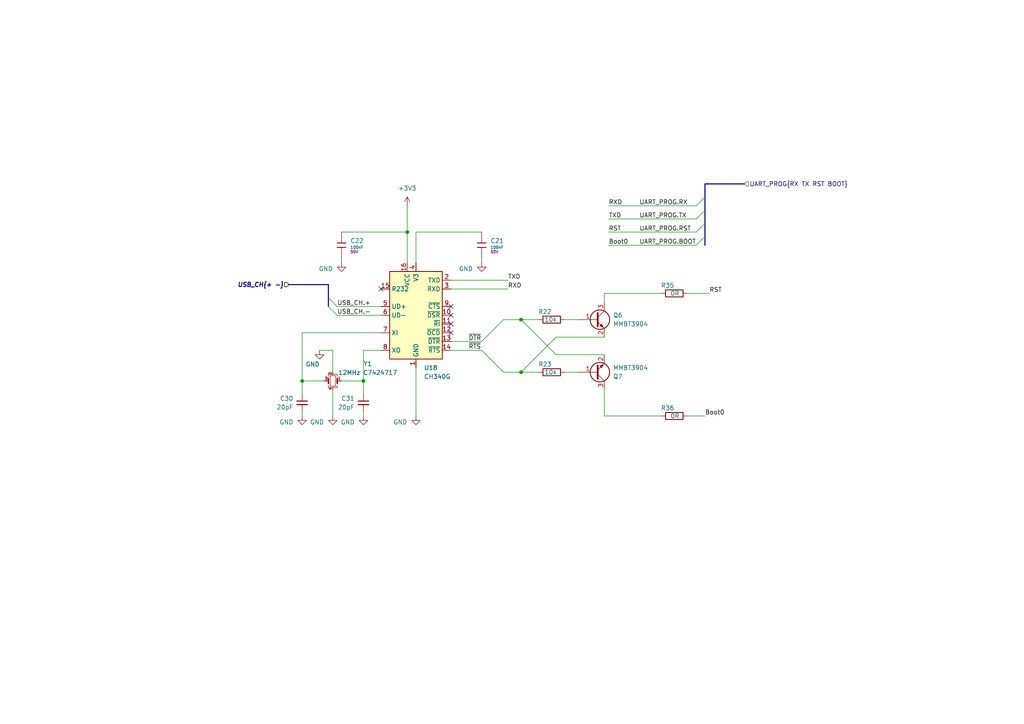
<source format=kicad_sch>
(kicad_sch (version 20231120) (generator "eeschema") (generator_version "8.0")
  (paper "A4")
  (title_block (title "CH340 with ESP autoflash") (date "2025-02-04") (rev "A") (company "Artem Horiunov") (comment 1 "DESIGNED IN POLAND") (comment 2 "Sprawdził: ArtemH"))
  (lib_symbols
    (symbol "Device:C_Small" (pin_numbers hide) (pin_names (offset 0.254) hide)
      (property "Reference" "C" (at 0.254 1.778 0))
      (property "Value" "C_Small" (at 0.254 -2.032 0))
      (symbol "C_Small_0_1"
        (polyline (pts (xy -1.524 -0.508) (xy 1.524 -0.508)) (stroke (width 0.3302)))
        (polyline (pts (xy -1.524 0.508) (xy 1.524 0.508)) (stroke (width 0.3048)))
      )
      (symbol "C_Small_1_1"
        (pin passive line (at 0 2.54 270) (length 2.032) (name "~") (number "1"))
        (pin passive line (at 0 -2.54 90) (length 2.032) (name "~") (number "2"))
      )
    )
    (symbol "Device:Crystal_GND24_Small" (pin_names (offset 1.016) hide)
      (property "Reference" "Y" (at 1.27 4.445 0))
      (property "Value" "Crystal_GND24_Small" (at 1.27 2.54 0))
      (symbol "Crystal_GND24_Small_0_1"
        (rectangle (start -0.762 -1.524) (end 0.762 1.524))
        (polyline (pts (xy -1.27 -0.762) (xy -1.27 0.762)) (stroke (width 0.381)))
        (polyline (pts (xy 1.27 -0.762) (xy 1.27 0.762)) (stroke (width 0.381)))
        (polyline (pts (xy -1.27 -1.27) (xy -1.27 -1.905) (xy 1.27 -1.905) (xy 1.27 -1.27)))
        (polyline (pts (xy -1.27 1.27) (xy -1.27 1.905) (xy 1.27 1.905) (xy 1.27 1.27)))
      )
      (symbol "Crystal_GND24_Small_1_1"
        (pin passive line (at -2.54 0 0) (length 1.27) (name "1") (number "1"))
        (pin passive line (at 0 -2.54 90) (length 0.635) (name "2") (number "2"))
        (pin passive line (at 2.54 0 180) (length 1.27) (name "3") (number "3"))
        (pin passive line (at 0 2.54 270) (length 0.635) (name "4") (number "4"))
      )
    )
    (symbol "Device:R" (pin_numbers hide) (pin_names (offset 0))
      (property "Reference" "R" (at 2.032 0 90))
      (property "Value" "R" (at 0 0 90))
      (symbol "R_0_1"
        (rectangle (start -1.016 -2.54) (end 1.016 2.54) (stroke (width 0.254)))
      )
      (symbol "R_1_1"
        (pin passive line (at 0 3.81 270) (length 1.27) (name "~") (number "1"))
        (pin passive line (at 0 -3.81 90) (length 1.27) (name "~") (number "2"))
      )
    )
    (symbol "Interface_USB:CH340G"
      (property "Reference" "U" (at -5.08 13.97 0))
      (property "Value" "CH340G" (at 1.27 13.97 0))
      (symbol "CH340G_0_1"
        (rectangle (start -7.62 12.7) (end 7.62 -12.7) (stroke (width 0.254)) (fill (type background)))
      )
      (symbol "CH340G_1_1"
        (pin power_in line (at 0 -15.24 90) (length 2.54) (name "GND") (number "1"))
        (pin input line (at 10.16 0 180) (length 2.54) (name "~{DSR}") (number "10"))
        (pin input line (at 10.16 -2.54 180) (length 2.54) (name "~{RI}") (number "11"))
        (pin input line (at 10.16 -5.08 180) (length 2.54) (name "~{DCD}") (number "12"))
        (pin output line (at 10.16 -7.62 180) (length 2.54) (name "~{DTR}") (number "13"))
        (pin output line (at 10.16 -10.16 180) (length 2.54) (name "~{RTS}") (number "14"))
        (pin input line (at -10.16 7.62 0) (length 2.54) (name "R232") (number "15"))
        (pin power_in line (at -2.54 15.24 270) (length 2.54) (name "VCC") (number "16"))
        (pin output line (at 10.16 10.16 180) (length 2.54) (name "TXD") (number "2"))
        (pin input line (at 10.16 7.62 180) (length 2.54) (name "RXD") (number "3"))
        (pin power_out line (at 0 15.24 270) (length 2.54) (name "V3") (number "4"))
        (pin bidirectional line (at -10.16 2.54 0) (length 2.54) (name "UD+") (number "5"))
        (pin bidirectional line (at -10.16 0 0) (length 2.54) (name "UD-") (number "6"))
        (pin input line (at -10.16 -5.08 0) (length 2.54) (name "XI") (number "7"))
        (pin output line (at -10.16 -10.16 0) (length 2.54) (name "XO") (number "8"))
        (pin input line (at 10.16 2.54 180) (length 2.54) (name "~{CTS}") (number "9"))
      )
    )
    (symbol "PCM_JLCPCB-Capacitors:0402,100nF,(2)" (pin_numbers hide) (pin_names (offset 0))
      (property "Reference" "C" (at 2.032 1.668 0))
      (property "Value" "100nF" (at 2.032 -0.3782 0))
      (property "Voltage Rated" "50V" (at 2.032 -2.0462 0))
      (symbol "0402,100nF,(2)_0_1"
        (polyline (pts (xy -1.27 -0.635) (xy 1.27 -0.635)) (stroke (width 0.254)))
        (polyline (pts (xy -1.27 0.635) (xy 1.27 0.635)) (stroke (width 0.254)))
      )
      (symbol "0402,100nF,(2)_1_1"
        (pin passive line (at 0 3.81 270) (length 3.175) (name "~") (number "1"))
        (pin passive line (at 0 -3.81 90) (length 3.175) (name "~") (number "2"))
      )
    )
    (symbol "Transistor_BJT:MMBT3904" (pin_names (offset 0) hide)
      (property "Reference" "Q" (at 5.08 1.905 0))
      (property "Value" "MMBT3904" (at 5.08 0 0))
      (symbol "MMBT3904_0_1"
        (polyline (pts (xy 0.635 0.635) (xy 2.54 2.54)))
        (polyline (pts (xy 0.635 -0.635) (xy 2.54 -2.54) (xy 2.54 -2.54)))
        (polyline (pts (xy 0.635 1.905) (xy 0.635 -1.905) (xy 0.635 -1.905)) (stroke (width 0.508)))
        (polyline (pts (xy 1.27 -1.778) (xy 1.778 -1.27) (xy 2.286 -2.286) (xy 1.27 -1.778) (xy 1.27 -1.778)) (fill (type outline)))
        (circle (center 1.27 0) (radius 2.8194) (stroke (width 0.254)))
      )
      (symbol "MMBT3904_1_1"
        (pin input line (at -5.08 0 0) (length 5.715) (name "B") (number "1"))
        (pin passive line (at 2.54 -5.08 90) (length 2.54) (name "E") (number "2"))
        (pin passive line (at 2.54 5.08 270) (length 2.54) (name "C") (number "3"))
      )
    )
    (symbol "power:+3V3" (power) (pin_numbers hide) (pin_names (offset 0) hide)
      (property "Value" "+3V3" (at 0 3.556 0))
      (symbol "+3V3_0_1"
        (polyline (pts (xy -0.762 1.27) (xy 0 2.54)))
        (polyline (pts (xy 0 0) (xy 0 2.54)))
        (polyline (pts (xy 0 2.54) (xy 0.762 1.27)))
      )
      (symbol "+3V3_1_1"
        (pin power_in line (at 0 0 90) (length 0) (name "~") (number "1"))
      )
    )
    (symbol "power:GND" (power) (pin_numbers hide) (pin_names (offset 0) hide)
      (property "Value" "GND" (at 0 -3.81 0))
      (symbol "GND_0_1"
        (polyline (pts (xy 0 0) (xy 0 -1.27) (xy 1.27 -1.27) (xy 0 -2.54) (xy -1.27 -1.27) (xy 0 -1.27)))
      )
      (symbol "GND_1_1"
        (pin power_in line (at 0 0 270) (length 0) (name "~") (number "1"))
      )
    )
  )
  (junction (at 151.13 107.95))
  (junction (at 87.63 110.49))
  (junction (at 118.11 67.31))
  (junction (at 151.13 92.71))
  (junction (at 105.41 110.49))
  (no_connect (at 130.81 96.52))
  (no_connect (at 130.81 91.44))
  (no_connect (at 110.49 83.82))
  (no_connect (at 130.81 93.98))
  (no_connect (at 130.81 88.9))
  (bus_entry (at 97.79 88.9) (size -2.54 -2.54))
  (bus_entry (at 204.47 64.77) (size -2.54 2.54))
  (bus_entry (at 204.47 68.58) (size -2.54 2.54))
  (bus_entry (at 204.47 60.96) (size -2.54 2.54))
  (bus_entry (at 204.47 57.15) (size -2.54 2.54))
  (bus_entry (at 97.79 91.44) (size -2.54 -2.54))
  (wire (pts (xy 87.63 110.49) (xy 87.63 114.3)))
  (wire (pts (xy 146.05 107.95) (xy 139.7 101.6)))
  (wire (pts (xy 161.29 97.79) (xy 151.13 107.95)))
  (wire (pts (xy 175.26 97.79) (xy 161.29 97.79)))
  (wire (pts (xy 118.11 67.31) (xy 118.11 76.2)))
  (wire (pts (xy 87.63 96.52) (xy 87.63 110.49)))
  (wire (pts (xy 175.26 120.65) (xy 191.77 120.65)))
  (wire (pts (xy 176.53 63.5) (xy 201.93 63.5)))
  (wire (pts (xy 163.83 107.95) (xy 167.64 107.95)))
  (bus (pts (xy 204.47 60.96) (xy 204.47 64.77)))
  (wire (pts (xy 120.65 67.31) (xy 120.65 76.2)))
  (wire (pts (xy 105.41 110.49) (xy 105.41 101.6)))
  (wire (pts (xy 118.11 59.69) (xy 118.11 67.31)))
  (wire (pts (xy 175.26 85.09) (xy 191.77 85.09)))
  (wire (pts (xy 96.52 101.6) (xy 92.71 101.6)))
  (wire (pts (xy 139.7 74.93) (xy 139.7 76.2)))
  (bus (pts (xy 204.47 68.58) (xy 204.47 71.12)))
  (bus (pts (xy 95.25 86.36) (xy 95.25 88.9)))
  (bus (pts (xy 204.47 57.15) (xy 204.47 60.96)))
  (wire (pts (xy 105.41 110.49) (xy 105.41 114.3)))
  (wire (pts (xy 87.63 110.49) (xy 93.98 110.49)))
  (wire (pts (xy 175.26 102.87) (xy 161.29 102.87)))
  (wire (pts (xy 175.26 113.03) (xy 175.26 120.65)))
  (wire (pts (xy 110.49 91.44) (xy 97.79 91.44)))
  (wire (pts (xy 96.52 113.03) (xy 96.52 120.65)))
  (wire (pts (xy 151.13 107.95) (xy 156.21 107.95)))
  (wire (pts (xy 120.65 106.68) (xy 120.65 120.65)))
  (bus (pts (xy 204.47 53.34) (xy 204.47 57.15)))
  (wire (pts (xy 175.26 85.09) (xy 175.26 87.63)))
  (wire (pts (xy 199.39 120.65) (xy 204.47 120.65)))
  (wire (pts (xy 130.81 81.28) (xy 147.32 81.28)))
  (wire (pts (xy 105.41 119.38) (xy 105.41 120.65)))
  (wire (pts (xy 110.49 96.52) (xy 87.63 96.52)))
  (wire (pts (xy 176.53 71.12) (xy 201.93 71.12)))
  (wire (pts (xy 161.29 102.87) (xy 151.13 92.71)))
  (wire (pts (xy 146.05 107.95) (xy 151.13 107.95)))
  (wire (pts (xy 163.83 92.71) (xy 167.64 92.71)))
  (wire (pts (xy 176.53 59.69) (xy 201.93 59.69)))
  (wire (pts (xy 139.7 99.06) (xy 130.81 99.06)))
  (bus (pts (xy 204.47 64.77) (xy 204.47 68.58)))
  (wire (pts (xy 105.41 101.6) (xy 110.49 101.6)))
  (wire (pts (xy 87.63 119.38) (xy 87.63 120.65)))
  (wire (pts (xy 139.7 99.06) (xy 146.05 92.71)))
  (wire (pts (xy 99.06 110.49) (xy 105.41 110.49)))
  (bus (pts (xy 95.25 82.55) (xy 95.25 86.36)))
  (wire (pts (xy 110.49 88.9) (xy 97.79 88.9)))
  (wire (pts (xy 99.06 74.93) (xy 99.06 76.2)))
  (bus (pts (xy 83.82 82.55) (xy 95.25 82.55)))
  (wire (pts (xy 151.13 92.71) (xy 156.21 92.71)))
  (wire (pts (xy 99.06 67.31) (xy 118.11 67.31)))
  (wire (pts (xy 139.7 67.31) (xy 120.65 67.31)))
  (wire (pts (xy 96.52 101.6) (xy 96.52 107.95)))
  (wire (pts (xy 139.7 101.6) (xy 130.81 101.6)))
  (bus (pts (xy 215.9 53.34) (xy 204.47 53.34)))
  (wire (pts (xy 151.13 92.71) (xy 146.05 92.71)))
  (wire (pts (xy 130.81 83.82) (xy 147.32 83.82)))
  (wire (pts (xy 176.53 67.31) (xy 201.93 67.31)))
  (wire (pts (xy 199.39 85.09) (xy 205.74 85.09)))
  (label "Boot0" (at 204.47 120.65 0))
  (label "UART_PROG.TX" (at 185.42 63.5 0))
  (label "RST" (at 176.53 67.31 0))
  (label "~{RTS}" (at 135.89 101.6 0))
  (label "UART_PROG.BOOT" (at 185.42 71.12 0))
  (label "RST" (at 205.74 85.09 0))
  (label "UART_PROG.RST" (at 185.42 67.31 0))
  (label "TXD" (at 176.53 63.5 0))
  (label "~{DTR}" (at 135.89 99.06 0))
  (label "USB_CH.-" (at 97.79 91.44 0))
  (label "TXD" (at 147.32 81.28 0))
  (label "RXD" (at 176.53 59.69 0))
  (label "RXD" (at 147.32 83.82 0))
  (label "USB_CH.+" (at 97.79 88.9 0))
  (label "UART_PROG.RX" (at 185.42 59.69 0))
  (label "Boot0" (at 176.53 71.12 0))
  (hierarchical_label "USB_CH{+ -}" (shape input) (at 83.82 82.55 180) (effects (font (thickness 0.254) (bold yes) (italic yes))))
  (hierarchical_label "UART_PROG{RX TX RST BOOT}" (shape input) (at 215.9 53.34 0))
  (symbol (lib_id "Device:R") (at 195.58 120.65 270) (unit 1)
    (property "Reference" "R36" (at 195.58 118.364 90) (effects (justify right)))
    (property "Value" "0R" (at 197.104 120.65 90) (effects (justify right)))
    (property "Footprint" "Resistor_SMD:R_0402_1005Metric" (effects (hide yes)))
    (property "Description" "Resistor" (effects (hide yes)))
  )
  (symbol (lib_id "Transistor_BJT:MMBT3904") (at 172.72 107.95 0) (mirror x) (unit 1)
    (property "Reference" "Q7" (at 177.8 109.22 0) (effects (justify left)))
    (property "Value" "MMBT3904" (at 177.8 106.68 0) (effects (justify left)))
    (property "Footprint" "Package_TO_SOT_SMD:SOT-23" (effects (hide yes)))
    (property "Datasheet" "https://www.onsemi.com/pdf/datasheet/pzt3904-d.pdf" (effects (hide yes)))
    (property "Description" "0.2A Ic, 40V Vce, Small Signal NPN Transistor, SOT-23" (effects (hide yes)))
  )
  (symbol (lib_id "Device:C_Small") (at 87.63 116.84 0) (mirror y) (unit 1)
    (property "Reference" "C30" (at 85.09 115.5762 0) (effects (justify left)))
    (property "Value" "20pF" (at 85.09 118.1162 0) (effects (justify left)))
    (property "Footprint" "Capacitor_SMD:C_0402_1005Metric" (effects (hide yes)))
    (property "Description" "Unpolarized capacitor, small symbol" (effects (hide yes)))
  )
  (symbol (lib_id "power:GND") (at 96.52 120.65 0) (mirror y) (unit 1)
    (property "Reference" "#PWR0126" (effects (hide yes)))
    (property "Value" "GND" (at 91.948 122.428 0))
    (property "Description" "Power symbol creates a global label with name \"GND\" , ground" (effects (hide yes)))
  )
  (symbol (lib_id "Transistor_BJT:MMBT3904") (at 172.72 92.71 0) (unit 1)
    (property "Reference" "Q6" (at 177.8 91.44 0) (effects (justify left)))
    (property "Value" "MMBT3904" (at 177.8 93.98 0) (effects (justify left)))
    (property "Footprint" "Package_TO_SOT_SMD:SOT-23" (effects (hide yes)))
    (property "Datasheet" "https://www.onsemi.com/pdf/datasheet/pzt3904-d.pdf" (effects (hide yes)))
    (property "Description" "0.2A Ic, 40V Vce, Small Signal NPN Transistor, SOT-23" (effects (hide yes)))
  )
  (symbol (lib_id "power:+3V3") (at 118.11 59.69 0) (unit 1)
    (property "Reference" "#PWR051" (effects (hide yes)))
    (property "Value" "+3V3" (at 118.11 54.61 0))
    (property "Description" "Power symbol creates a global label with name \"+3V3\"" (effects (hide yes)))
  )
  (symbol (lib_id "Device:Crystal_GND24_Small") (at 96.52 110.49 180) (unit 1)
    (property "Reference" "Y1" (at 106.68 105.5369 0))
    (property "Value" "12MHz C7424717" (at 106.68 108.0769 0))
    (property "Footprint" "Crystal:Crystal_SMD_3225-4Pin_3.2x2.5mm" (effects (hide yes)))
    (property "Description" "Four pin crystal, GND on pins 2 and 4, small symbol" (effects (hide yes)))
  )
  (symbol (lib_id "power:GND") (at 92.71 101.6 0) (mirror y) (unit 1)
    (property "Reference" "#PWR0127" (effects (hide yes)))
    (property "Value" "GND" (at 90.678 105.664 0))
    (property "Description" "Power symbol creates a global label with name \"GND\" , ground" (effects (hide yes)))
  )
  (symbol (lib_id "PCM_JLCPCB-Capacitors:0402,100nF,(2)") (at 139.7 71.12 0) (unit 1)
    (property "Reference" "C21" (at 142.24 69.85 0) (effects (justify left)))
    (property "Value" "100nF" (at 142.24 71.755 0) (effects (font (size 0.8 0.8)) (justify left)))
    (property "Footprint" "PCM_JLCPCB:C_0402" (effects (hide yes)))
    (property "Datasheet" "https://www.lcsc.com/datasheet/lcsc_datasheet_2304140030_Samsung-Electro-Mechanics-CL05B104KB54PNC_C307331.pdf" (effects (hide yes)))
    (property "Description" "50V 100nF X7R ±10% 0402 Multilayer Ceramic Capacitors MLCC - SMD/SMT ROHS" (effects (hide yes)))
    (property "LCSC" "C307331" (effects (hide yes)))
    (property "Stock" "5358037" (effects (hide yes)))
    (property "Price" "0.008USD" (effects (hide yes)))
    (property "Process" "SMT" (effects (hide yes)))
    (property "Minimum Qty" "20" (effects (hide yes)))
    (property "Attrition Qty" "10" (effects (hide yes)))
    (property "Class" "Basic Component" (effects (hide yes)))
    (property "Category" "Capacitors,Multilayer Ceramic Capacitors MLCC - SMD/SMT" (effects (hide yes)))
    (property "Manufacturer" "Samsung Electro-Mechanics" (effects (hide yes)))
    (property "Part" "CL05B104KB54PNC" (effects (hide yes)))
    (property "Voltage Rated" "50V" (at 142.24 73.025 0) (effects (font (size 0.8 0.8)) (justify left)))
    (property "Tolerance" "±10%" (effects (hide yes)))
    (property "Capacitance" "100nF" (effects (hide yes)))
    (property "Temperature Coefficient" "X7R" (effects (hide yes)))
  )
  (symbol (lib_id "Device:C_Small") (at 105.41 116.84 0) (mirror y) (unit 1)
    (property "Reference" "C31" (at 102.87 115.5762 0) (effects (justify left)))
    (property "Value" "20pF" (at 102.87 118.1162 0) (effects (justify left)))
    (property "Footprint" "Capacitor_SMD:C_0402_1005Metric" (effects (hide yes)))
    (property "Description" "Unpolarized capacitor, small symbol" (effects (hide yes)))
  )
  (symbol (lib_id "Device:R") (at 160.02 107.95 270) (unit 1)
    (property "Reference" "R23" (at 160.02 105.664 90) (effects (justify right)))
    (property "Value" "10k" (at 161.544 107.95 90) (effects (justify right)))
    (property "Footprint" "Resistor_SMD:R_0402_1005Metric" (effects (hide yes)))
    (property "Description" "Resistor" (effects (hide yes)))
  )
  (symbol (lib_id "Interface_USB:CH340G") (at 120.65 91.44 0) (unit 1)
    (property "Reference" "U18" (at 122.9734 106.68 0) (effects (justify left)))
    (property "Value" "CH340G" (at 122.9734 109.22 0) (effects (justify left)))
    (property "Footprint" "Package_SO:SOIC-16_3.9x9.9mm_P1.27mm" (effects (hide yes)))
    (property "Datasheet" "http://www.datasheet5.com/pdf-local-2195953" (effects (hide yes)))
    (property "Description" "USB serial converter, UART, SOIC-16" (effects (hide yes)))
  )
  (symbol (lib_id "power:GND") (at 87.63 120.65 0) (mirror y) (unit 1)
    (property "Reference" "#PWR080" (effects (hide yes)))
    (property "Value" "GND" (at 83.058 122.428 0))
    (property "Description" "Power symbol creates a global label with name \"GND\" , ground" (effects (hide yes)))
  )
  (symbol (lib_id "power:GND") (at 99.06 76.2 0) (mirror y) (unit 1)
    (property "Reference" "#PWR086" (effects (hide yes)))
    (property "Value" "GND" (at 94.488 77.978 0))
    (property "Description" "Power symbol creates a global label with name \"GND\" , ground" (effects (hide yes)))
  )
  (symbol (lib_id "Device:R") (at 195.58 85.09 270) (unit 1)
    (property "Reference" "R35" (at 195.58 82.804 90) (effects (justify right)))
    (property "Value" "0R" (at 197.104 85.09 90) (effects (justify right)))
    (property "Footprint" "Resistor_SMD:R_0402_1005Metric" (effects (hide yes)))
    (property "Description" "Resistor" (effects (hide yes)))
  )
  (symbol (lib_id "power:GND") (at 105.41 120.65 0) (mirror y) (unit 1)
    (property "Reference" "#PWR081" (effects (hide yes)))
    (property "Value" "GND" (at 100.838 122.428 0))
    (property "Description" "Power symbol creates a global label with name \"GND\" , ground" (effects (hide yes)))
  )
  (symbol (lib_id "PCM_JLCPCB-Capacitors:0402,100nF,(2)") (at 99.06 71.12 0) (unit 1)
    (property "Reference" "C22" (at 101.6 69.85 0) (effects (justify left)))
    (property "Value" "100nF" (at 101.6 71.755 0) (effects (font (size 0.8 0.8)) (justify left)))
    (property "Footprint" "PCM_JLCPCB:C_0402" (effects (hide yes)))
    (property "Datasheet" "https://www.lcsc.com/datasheet/lcsc_datasheet_2304140030_Samsung-Electro-Mechanics-CL05B104KB54PNC_C307331.pdf" (effects (hide yes)))
    (property "Description" "50V 100nF X7R ±10% 0402 Multilayer Ceramic Capacitors MLCC - SMD/SMT ROHS" (effects (hide yes)))
    (property "LCSC" "C307331" (effects (hide yes)))
    (property "Stock" "5358037" (effects (hide yes)))
    (property "Price" "0.008USD" (effects (hide yes)))
    (property "Process" "SMT" (effects (hide yes)))
    (property "Minimum Qty" "20" (effects (hide yes)))
    (property "Attrition Qty" "10" (effects (hide yes)))
    (property "Class" "Basic Component" (effects (hide yes)))
    (property "Category" "Capacitors,Multilayer Ceramic Capacitors MLCC - SMD/SMT" (effects (hide yes)))
    (property "Manufacturer" "Samsung Electro-Mechanics" (effects (hide yes)))
    (property "Part" "CL05B104KB54PNC" (effects (hide yes)))
    (property "Voltage Rated" "50V" (at 101.6 73.025 0) (effects (font (size 0.8 0.8)) (justify left)))
    (property "Tolerance" "±10%" (effects (hide yes)))
    (property "Capacitance" "100nF" (effects (hide yes)))
    (property "Temperature Coefficient" "X7R" (effects (hide yes)))
  )
  (symbol (lib_id "Device:R") (at 160.02 92.71 270) (unit 1)
    (property "Reference" "R22" (at 160.02 90.424 90) (effects (justify right)))
    (property "Value" "10k" (at 161.544 92.71 90) (effects (justify right)))
    (property "Footprint" "Resistor_SMD:R_0402_1005Metric" (effects (hide yes)))
    (property "Description" "Resistor" (effects (hide yes)))
  )
  (symbol (lib_id "power:GND") (at 120.65 120.65 0) (mirror y) (unit 1)
    (property "Reference" "#PWR082" (effects (hide yes)))
    (property "Value" "GND" (at 116.078 122.428 0))
    (property "Description" "Power symbol creates a global label with name \"GND\" , ground" (effects (hide yes)))
  )
  (symbol (lib_id "power:GND") (at 139.7 76.2 0) (mirror y) (unit 1)
    (property "Reference" "#PWR079" (effects (hide yes)))
    (property "Value" "GND" (at 135.128 77.978 0))
    (property "Description" "Power symbol creates a global label with name \"GND\" , ground" (effects (hide yes)))
  )
)
</source>
